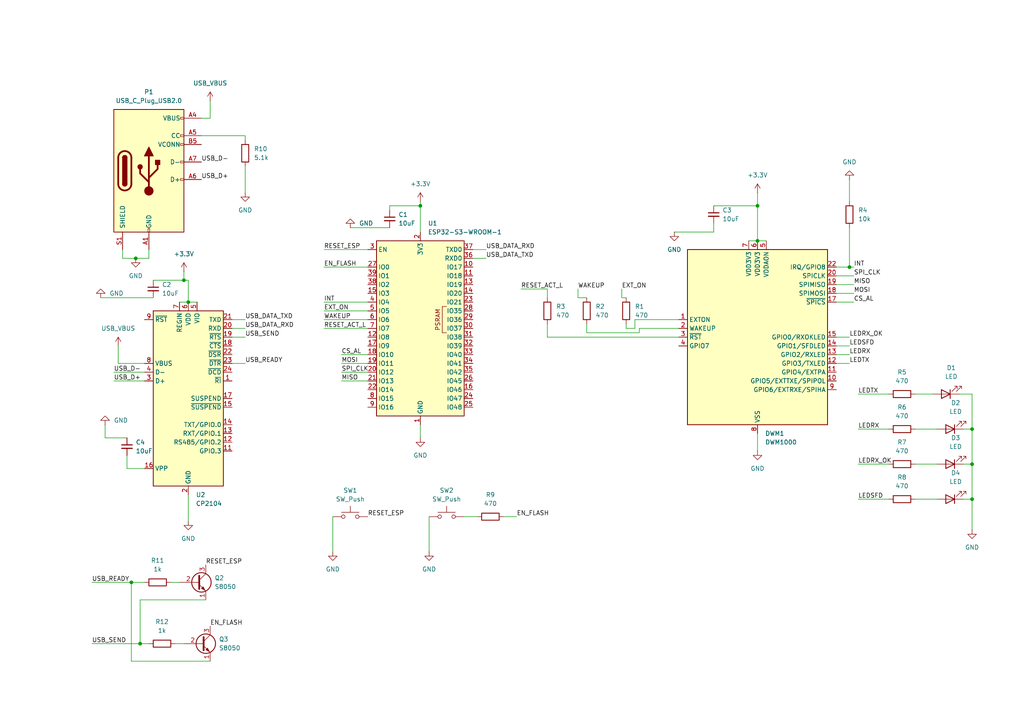
<source format=kicad_sch>
(kicad_sch (version 20231120) (generator "eeschema") (generator_version "8.0")
  (paper "A4")
  (lib_symbols
    (symbol "Connector:USB_C_Plug_USB2.0" (pin_names (offset 1.016))
      (property "Reference" "P" (at -10.16 19.05 0))
      (property "Value" "USB_C_Plug_USB2.0" (at 12.7 19.05 0))
      (symbol "USB_C_Plug_USB2.0_0_0"
        (rectangle (start -0.254 -17.78) (end 0.254 -16.764))
        (rectangle (start 10.16 -2.286) (end 9.144 -2.794))
        (rectangle (start 10.16 2.794) (end 9.144 2.286))
        (rectangle (start 10.16 7.874) (end 9.144 7.366))
        (rectangle (start 10.16 10.414) (end 9.144 9.906))
        (rectangle (start 10.16 15.494) (end 9.144 14.986))
      )
      (symbol "USB_C_Plug_USB2.0_0_1"
        (rectangle (start -10.16 17.78) (end 10.16 -17.78) (stroke (width 0.254)) (fill (type background)))
        (arc (start -8.89 -3.81) (mid -6.985 -5.7067) (end -5.08 -3.81) (stroke (width 0.508)))
        (arc (start -7.62 -3.81) (mid -6.985 -4.4423) (end -6.35 -3.81) (stroke (width 0.254)))
        (arc (start -7.62 -3.81) (mid -6.985 -4.4423) (end -6.35 -3.81) (stroke (width 0.254)) (fill (type outline)))
        (rectangle (start -7.62 -3.81) (end -6.35 3.81) (stroke (width 0.254)) (fill (type outline)))
        (arc (start -6.35 3.81) (mid -6.985 4.4423) (end -7.62 3.81) (stroke (width 0.254)))
        (arc (start -6.35 3.81) (mid -6.985 4.4423) (end -7.62 3.81) (stroke (width 0.254)) (fill (type outline)))
        (arc (start -5.08 3.81) (mid -6.985 5.7067) (end -8.89 3.81) (stroke (width 0.508)))
        (circle (center -2.54 1.143) (radius 0.635) (stroke (width 0.254)) (fill (type outline)))
        (circle (center 0 -5.842) (radius 1.27) (fill (type outline)))
        (polyline (pts (xy -8.89 -3.81) (xy -8.89 3.81)) (stroke (width 0.508)))
        (polyline (pts (xy -5.08 3.81) (xy -5.08 -3.81)) (stroke (width 0.508)))
        (polyline (pts (xy 0 -5.842) (xy 0 4.318)) (stroke (width 0.508)))
        (polyline (pts (xy 0 -3.302) (xy -2.54 -0.762) (xy -2.54 0.508)) (stroke (width 0.508)))
        (polyline (pts (xy 0 -2.032) (xy 2.54 0.508) (xy 2.54 1.778)) (stroke (width 0.508)))
        (polyline (pts (xy -1.27 4.318) (xy 0 6.858) (xy 1.27 4.318) (xy -1.27 4.318)) (stroke (width 0.254)) (fill (type outline)))
        (rectangle (start 1.905 1.778) (end 3.175 3.048) (stroke (width 0.254)) (fill (type outline)))
      )
      (symbol "USB_C_Plug_USB2.0_1_1"
        (pin passive line (at 0 -22.86 90) (length 5.08) (name "GND") (number "A1"))
        (pin passive line (at 0 -22.86 90) (length 5.08) hide (name "GND") (number "A12"))
        (pin passive line (at 15.24 15.24 180) (length 5.08) (name "VBUS") (number "A4"))
        (pin bidirectional line (at 15.24 10.16 180) (length 5.08) (name "CC") (number "A5"))
        (pin bidirectional line (at 15.24 -2.54 180) (length 5.08) (name "D+") (number "A6"))
        (pin bidirectional line (at 15.24 2.54 180) (length 5.08) (name "D-") (number "A7"))
        (pin passive line (at 15.24 15.24 180) (length 5.08) hide (name "VBUS") (number "A9"))
        (pin passive line (at 0 -22.86 90) (length 5.08) hide (name "GND") (number "B1"))
        (pin passive line (at 0 -22.86 90) (length 5.08) hide (name "GND") (number "B12"))
        (pin passive line (at 15.24 15.24 180) (length 5.08) hide (name "VBUS") (number "B4"))
        (pin bidirectional line (at 15.24 7.62 180) (length 5.08) (name "VCONN") (number "B5"))
        (pin passive line (at 15.24 15.24 180) (length 5.08) hide (name "VBUS") (number "B9"))
        (pin passive line (at -7.62 -22.86 90) (length 5.08) (name "SHIELD") (number "S1"))
      )
    )
    (symbol "Device:C_Small" (pin_numbers hide) (pin_names (offset 0.254) hide)
      (property "Reference" "C" (at 0.254 1.778 0))
      (property "Value" "C_Small" (at 0.254 -2.032 0))
      (symbol "C_Small_0_1"
        (polyline (pts (xy -1.524 -0.508) (xy 1.524 -0.508)) (stroke (width 0.3302)))
        (polyline (pts (xy -1.524 0.508) (xy 1.524 0.508)) (stroke (width 0.3048)))
      )
      (symbol "C_Small_1_1"
        (pin passive line (at 0 2.54 270) (length 2.032) (name "~") (number "1"))
        (pin passive line (at 0 -2.54 90) (length 2.032) (name "~") (number "2"))
      )
    )
    (symbol "Device:LED" (pin_numbers hide) (pin_names (offset 1.016) hide)
      (property "Reference" "D" (at 0 2.54 0))
      (property "Value" "LED" (at 0 -2.54 0))
      (symbol "LED_0_1"
        (polyline (pts (xy -1.27 -1.27) (xy -1.27 1.27)) (stroke (width 0.254)))
        (polyline (pts (xy -1.27 0) (xy 1.27 0)))
        (polyline (pts (xy 1.27 -1.27) (xy 1.27 1.27) (xy -1.27 0) (xy 1.27 -1.27)) (stroke (width 0.254)))
        (polyline (pts (xy -3.048 -0.762) (xy -4.572 -2.286) (xy -3.81 -2.286) (xy -4.572 -2.286) (xy -4.572 -1.524)))
        (polyline (pts (xy -1.778 -0.762) (xy -3.302 -2.286) (xy -2.54 -2.286) (xy -3.302 -2.286) (xy -3.302 -1.524)))
      )
      (symbol "LED_1_1"
        (pin passive line (at -3.81 0 0) (length 2.54) (name "K") (number "1"))
        (pin passive line (at 3.81 0 180) (length 2.54) (name "A") (number "2"))
      )
    )
    (symbol "Device:R" (pin_numbers hide) (pin_names (offset 0))
      (property "Reference" "R" (at 2.032 0 90))
      (property "Value" "R" (at 0 0 90))
      (symbol "R_0_1"
        (rectangle (start -1.016 -2.54) (end 1.016 2.54) (stroke (width 0.254)))
      )
      (symbol "R_1_1"
        (pin passive line (at 0 3.81 270) (length 1.27) (name "~") (number "1"))
        (pin passive line (at 0 -3.81 90) (length 1.27) (name "~") (number "2"))
      )
    )
    (symbol "Interface_USB:CP2104"
      (property "Reference" "U" (at -5.08 28.575 0))
      (property "Value" "CP2104" (at -5.08 26.67 0))
      (symbol "CP2104_1_1"
        (rectangle (start -10.16 25.4) (end 10.16 -25.4) (stroke (width 0.254)) (fill (type background)))
        (pin input line (at 12.7 5.08 180) (length 2.54) (name "~{RI}") (number "1"))
        (pin no_connect line (at 10.16 -20.32 180) (length 2.54) hide (name "NC") (number "10"))
        (pin bidirectional line (at 12.7 -15.24 180) (length 2.54) (name "GPIO.3") (number "11"))
        (pin bidirectional line (at 12.7 -12.7 180) (length 2.54) (name "RS485/GPIO.2") (number "12"))
        (pin bidirectional line (at 12.7 -10.16 180) (length 2.54) (name "RXT/GPIO.1") (number "13"))
        (pin bidirectional line (at 12.7 -7.62 180) (length 2.54) (name "TXT/GPIO.0") (number "14"))
        (pin output line (at 12.7 -2.54 180) (length 2.54) (name "~{SUSPEND}") (number "15"))
        (pin passive line (at -12.7 -20.32 0) (length 2.54) (name "VPP") (number "16"))
        (pin output line (at 12.7 0 180) (length 2.54) (name "SUSPEND") (number "17"))
        (pin input line (at 12.7 15.24 180) (length 2.54) (name "~{CTS}") (number "18"))
        (pin output line (at 12.7 17.78 180) (length 2.54) (name "~{RTS}") (number "19"))
        (pin power_in line (at 0 -27.94 90) (length 2.54) (name "GND") (number "2"))
        (pin input line (at 12.7 20.32 180) (length 2.54) (name "RXD") (number "20"))
        (pin output line (at 12.7 22.86 180) (length 2.54) (name "TXD") (number "21"))
        (pin input line (at 12.7 12.7 180) (length 2.54) (name "~{DSR}") (number "22"))
        (pin output line (at 12.7 10.16 180) (length 2.54) (name "~{DTR}") (number "23"))
        (pin input line (at 12.7 7.62 180) (length 2.54) (name "~{DCD}") (number "24"))
        (pin passive line (at 0 -27.94 90) (length 2.54) hide (name "GND") (number "25"))
        (pin bidirectional line (at -12.7 5.08 0) (length 2.54) (name "D+") (number "3"))
        (pin bidirectional line (at -12.7 7.62 0) (length 2.54) (name "D-") (number "4"))
        (pin power_in line (at 2.54 27.94 270) (length 2.54) (name "VIO") (number "5"))
        (pin power_in line (at 0 27.94 270) (length 2.54) (name "VDD") (number "6"))
        (pin power_in line (at -2.54 27.94 270) (length 2.54) (name "REGIN") (number "7"))
        (pin input line (at -12.7 10.16 0) (length 2.54) (name "VBUS") (number "8"))
        (pin bidirectional line (at -12.7 22.86 0) (length 2.54) (name "~{RST}") (number "9"))
      )
    )
    (symbol "RF_Module:DWM1000"
      (property "Reference" "DWM" (at -17.78 26.67 0))
      (property "Value" "DWM1000" (at 15.875 26.67 0))
      (symbol "DWM1000_0_1"
        (rectangle (start -20.32 25.4) (end 20.32 -25.4) (stroke (width 0.254)) (fill (type background)))
      )
      (symbol "DWM1000_1_1"
        (pin output line (at -22.86 5.08 0) (length 2.54) (name "EXTON") (number "1"))
        (pin bidirectional line (at 22.86 -12.7 180) (length 2.54) (name "GPIO5/EXTTXE/SPIPOL") (number "10"))
        (pin bidirectional line (at 22.86 -10.16 180) (length 2.54) (name "GPIO4/EXTPA") (number "11"))
        (pin bidirectional line (at 22.86 -7.62 180) (length 2.54) (name "GPIO3/TXLED") (number "12"))
        (pin bidirectional line (at 22.86 -5.08 180) (length 2.54) (name "GPIO2/RXLED") (number "13"))
        (pin bidirectional line (at 22.86 -2.54 180) (length 2.54) (name "GPIO1/SFDLED") (number "14"))
        (pin bidirectional line (at 22.86 0 180) (length 2.54) (name "GPIO0/RXOKLED") (number "15"))
        (pin passive line (at 0 -27.94 90) (length 2.54) hide (name "VSS") (number "16"))
        (pin input line (at 22.86 10.16 180) (length 2.54) (name "~{SPICS}") (number "17"))
        (pin input line (at 22.86 12.7 180) (length 2.54) (name "SPIMOSI") (number "18"))
        (pin output line (at 22.86 15.24 180) (length 2.54) (name "SPIMISO") (number "19"))
        (pin bidirectional line (at -22.86 2.54 0) (length 2.54) (name "WAKEUP") (number "2"))
        (pin input line (at 22.86 17.78 180) (length 2.54) (name "SPICLK") (number "20"))
        (pin passive line (at 0 -27.94 90) (length 2.54) hide (name "VSS") (number "21"))
        (pin bidirectional line (at 22.86 20.32 180) (length 2.54) (name "IRQ/GPIO8") (number "22"))
        (pin passive line (at 0 -27.94 90) (length 2.54) hide (name "VSS") (number "23"))
        (pin passive line (at 0 -27.94 90) (length 2.54) hide (name "VSS") (number "24"))
        (pin bidirectional line (at -22.86 0 0) (length 2.54) (name "~{RST}") (number "3"))
        (pin bidirectional line (at -22.86 -2.54 0) (length 2.54) (name "GPIO7") (number "4"))
        (pin power_in line (at 2.54 27.94 270) (length 2.54) (name "VDDAON") (number "5"))
        (pin power_in line (at 0 27.94 270) (length 2.54) (name "VDD3V3") (number "6"))
        (pin power_in line (at -2.54 27.94 270) (length 2.54) (name "VDD3V3") (number "7"))
        (pin power_in line (at 0 -27.94 90) (length 2.54) (name "VSS") (number "8"))
        (pin bidirectional line (at 22.86 -15.24 180) (length 2.54) (name "GPIO6/EXTRXE/SPIHA") (number "9"))
      )
    )
    (symbol "RF_Module:ESP32-S3-WROOM-1"
      (property "Reference" "U" (at -12.7 26.67 0))
      (property "Value" "ESP32-S3-WROOM-1" (at 12.7 26.67 0))
      (symbol "ESP32-S3-WROOM-1_0_0"
        (rectangle (start -12.7 25.4) (end 12.7 -25.4) (stroke (width 0.254)) (fill (type background)))
        (text "PSRAM" (at 5.08 2.54 900) (effects (font (size 1.27 1.27))))
      )
      (symbol "ESP32-S3-WROOM-1_0_1"
        (polyline (pts (xy 7.62 -1.27) (xy 6.35 -1.27) (xy 6.35 6.35) (xy 7.62 6.35)))
      )
      (symbol "ESP32-S3-WROOM-1_1_1"
        (pin power_in line (at 0 -27.94 90) (length 2.54) (name "GND") (number "1"))
        (pin bidirectional line (at 15.24 17.78 180) (length 2.54) (name "IO17") (number "10"))
        (pin bidirectional line (at 15.24 15.24 180) (length 2.54) (name "IO18") (number "11"))
        (pin bidirectional line (at -15.24 -2.54 0) (length 2.54) (name "IO8") (number "12"))
        (pin bidirectional line (at 15.24 12.7 180) (length 2.54) (name "IO19") (number "13"))
        (pin bidirectional line (at 15.24 10.16 180) (length 2.54) (name "IO20") (number "14"))
        (pin bidirectional line (at -15.24 10.16 0) (length 2.54) (name "IO3") (number "15"))
        (pin bidirectional line (at 15.24 -17.78 180) (length 2.54) (name "IO46") (number "16"))
        (pin bidirectional line (at -15.24 -5.08 0) (length 2.54) (name "IO9") (number "17"))
        (pin bidirectional line (at -15.24 -7.62 0) (length 2.54) (name "IO10") (number "18"))
        (pin bidirectional line (at -15.24 -10.16 0) (length 2.54) (name "IO11") (number "19"))
        (pin power_in line (at 0 27.94 270) (length 2.54) (name "3V3") (number "2"))
        (pin bidirectional line (at -15.24 -12.7 0) (length 2.54) (name "IO12") (number "20"))
        (pin bidirectional line (at -15.24 -15.24 0) (length 2.54) (name "IO13") (number "21"))
        (pin bidirectional line (at -15.24 -17.78 0) (length 2.54) (name "IO14") (number "22"))
        (pin bidirectional line (at 15.24 7.62 180) (length 2.54) (name "IO21") (number "23"))
        (pin bidirectional line (at 15.24 -20.32 180) (length 2.54) (name "IO47") (number "24"))
        (pin bidirectional line (at 15.24 -22.86 180) (length 2.54) (name "IO48") (number "25"))
        (pin bidirectional line (at 15.24 -15.24 180) (length 2.54) (name "IO45") (number "26"))
        (pin bidirectional line (at -15.24 17.78 0) (length 2.54) (name "IO0") (number "27"))
        (pin bidirectional line (at 15.24 5.08 180) (length 2.54) (name "IO35") (number "28"))
        (pin bidirectional line (at 15.24 2.54 180) (length 2.54) (name "IO36") (number "29"))
        (pin input line (at -15.24 22.86 0) (length 2.54) (name "EN") (number "3"))
        (pin bidirectional line (at 15.24 0 180) (length 2.54) (name "IO37") (number "30"))
        (pin bidirectional line (at 15.24 -2.54 180) (length 2.54) (name "IO38") (number "31"))
        (pin bidirectional line (at 15.24 -5.08 180) (length 2.54) (name "IO39") (number "32"))
        (pin bidirectional line (at 15.24 -7.62 180) (length 2.54) (name "IO40") (number "33"))
        (pin bidirectional line (at 15.24 -10.16 180) (length 2.54) (name "IO41") (number "34"))
        (pin bidirectional line (at 15.24 -12.7 180) (length 2.54) (name "IO42") (number "35"))
        (pin bidirectional line (at 15.24 20.32 180) (length 2.54) (name "RXD0") (number "36"))
        (pin bidirectional line (at 15.24 22.86 180) (length 2.54) (name "TXD0") (number "37"))
        (pin bidirectional line (at -15.24 12.7 0) (length 2.54) (name "IO2") (number "38"))
        (pin bidirectional line (at -15.24 15.24 0) (length 2.54) (name "IO1") (number "39"))
        (pin bidirectional line (at -15.24 7.62 0) (length 2.54) (name "IO4") (number "4"))
        (pin passive line (at 0 -27.94 90) (length 2.54) hide (name "GND") (number "40"))
        (pin passive line (at 0 -27.94 90) (length 2.54) hide (name "GND") (number "41"))
        (pin bidirectional line (at -15.24 5.08 0) (length 2.54) (name "IO5") (number "5"))
        (pin bidirectional line (at -15.24 2.54 0) (length 2.54) (name "IO6") (number "6"))
        (pin bidirectional line (at -15.24 0 0) (length 2.54) (name "IO7") (number "7"))
        (pin bidirectional line (at -15.24 -20.32 0) (length 2.54) (name "IO15") (number "8"))
        (pin bidirectional line (at -15.24 -22.86 0) (length 2.54) (name "IO16") (number "9"))
      )
    )
    (symbol "Switch:SW_Push" (pin_numbers hide) (pin_names (offset 1.016) hide)
      (property "Reference" "SW" (at 1.27 2.54 0))
      (property "Value" "SW_Push" (at 0 -1.524 0))
      (symbol "SW_Push_0_1"
        (circle (center -2.032 0) (radius 0.508))
        (polyline (pts (xy 0 1.27) (xy 0 3.048)))
        (polyline (pts (xy 2.54 1.27) (xy -2.54 1.27)))
        (circle (center 2.032 0) (radius 0.508))
        (pin passive line (at -5.08 0 0) (length 2.54) (name "1") (number "1"))
        (pin passive line (at 5.08 0 180) (length 2.54) (name "2") (number "2"))
      )
    )
    (symbol "Transistor_BJT:S8050" (pin_names (offset 0) hide)
      (property "Reference" "Q" (at 5.08 1.905 0))
      (property "Value" "S8050" (at 5.08 0 0))
      (symbol "S8050_0_1"
        (polyline (pts (xy 0 0) (xy 0.635 0)))
        (polyline (pts (xy 0.635 0.635) (xy 2.54 2.54)))
        (polyline (pts (xy 0.635 -0.635) (xy 2.54 -2.54) (xy 2.54 -2.54)))
        (polyline (pts (xy 0.635 1.905) (xy 0.635 -1.905) (xy 0.635 -1.905)) (stroke (width 0.508)))
        (polyline (pts (xy 1.27 -1.778) (xy 1.778 -1.27) (xy 2.286 -2.286) (xy 1.27 -1.778) (xy 1.27 -1.778)) (fill (type outline)))
        (circle (center 1.27 0) (radius 2.8194) (stroke (width 0.254)))
      )
      (symbol "S8050_1_1"
        (pin passive line (at 2.54 -5.08 90) (length 2.54) (name "E") (number "1"))
        (pin input line (at -5.08 0 0) (length 5.08) (name "B") (number "2"))
        (pin passive line (at 2.54 5.08 270) (length 2.54) (name "C") (number "3"))
      )
    )
    (symbol "power:+3.3V" (power) (pin_numbers hide) (pin_names (offset 0) hide)
      (property "Value" "+3.3V" (at 0 3.556 0))
      (symbol "+3.3V_0_1"
        (polyline (pts (xy -0.762 1.27) (xy 0 2.54)))
        (polyline (pts (xy 0 0) (xy 0 2.54)))
        (polyline (pts (xy 0 2.54) (xy 0.762 1.27)))
      )
      (symbol "+3.3V_1_1"
        (pin power_in line (at 0 0 90) (length 0) (name "~") (number "1"))
      )
    )
    (symbol "power:GND" (power) (pin_numbers hide) (pin_names (offset 0) hide)
      (property "Value" "GND" (at 0 -3.81 0))
      (symbol "GND_0_1"
        (polyline (pts (xy 0 0) (xy 0 -1.27) (xy 1.27 -1.27) (xy 0 -2.54) (xy -1.27 -1.27) (xy 0 -1.27)))
      )
      (symbol "GND_1_1"
        (pin power_in line (at 0 0 270) (length 0) (name "~") (number "1"))
      )
    )
  )
  (junction (at 54.61 87.63))
  (junction (at 38.1 168.91))
  (junction (at 53.34 81.28))
  (junction (at 39.37 74.93))
  (junction (at 281.94 124.46))
  (junction (at 219.71 69.85))
  (junction (at 281.94 134.62))
  (junction (at 121.92 59.69))
  (junction (at 246.38 77.47))
  (junction (at 219.71 59.69))
  (junction (at 40.64 186.69))
  (junction (at 281.94 144.78))
  (wire (pts (xy 246.38 52.07) (xy 246.38 58.42)))
  (wire (pts (xy 54.61 143.51) (xy 54.61 151.13)))
  (wire (pts (xy 71.12 105.41) (xy 67.31 105.41)))
  (wire (pts (xy 158.75 97.79) (xy 158.75 93.98)))
  (wire (pts (xy 43.18 74.93) (xy 39.37 74.93)))
  (wire (pts (xy 185.42 95.25) (xy 185.42 96.52)))
  (wire (pts (xy 196.85 97.79) (xy 158.75 97.79)))
  (wire (pts (xy 217.17 69.85) (xy 219.71 69.85)))
  (wire (pts (xy 29.21 86.36) (xy 44.45 86.36)))
  (wire (pts (xy 247.65 80.01) (xy 242.57 80.01)))
  (wire (pts (xy 185.42 96.52) (xy 170.18 96.52)))
  (wire (pts (xy 49.53 168.91) (xy 52.07 168.91)))
  (wire (pts (xy 93.98 95.25) (xy 106.68 95.25)))
  (wire (pts (xy 196.85 92.71) (xy 184.15 92.71)))
  (wire (pts (xy 41.91 168.91) (xy 38.1 168.91)))
  (wire (pts (xy 246.38 105.41) (xy 242.57 105.41)))
  (wire (pts (xy 248.92 144.78) (xy 257.81 144.78)))
  (wire (pts (xy 93.98 87.63) (xy 106.68 87.63)))
  (wire (pts (xy 149.86 149.86) (xy 146.05 149.86)))
  (wire (pts (xy 30.48 127) (xy 30.48 123.19)))
  (wire (pts (xy 248.92 114.3) (xy 257.81 114.3)))
  (wire (pts (xy 184.15 92.71) (xy 184.15 95.25)))
  (wire (pts (xy 151.13 83.82) (xy 158.75 83.82)))
  (wire (pts (xy 121.92 123.19) (xy 121.92 127)))
  (wire (pts (xy 247.65 77.47) (xy 246.38 77.47)))
  (wire (pts (xy 170.18 96.52) (xy 170.18 93.98)))
  (wire (pts (xy 41.91 105.41) (xy 34.29 105.41)))
  (wire (pts (xy 167.64 86.36) (xy 170.18 86.36)))
  (wire (pts (xy 124.46 149.86) (xy 124.46 160.02)))
  (wire (pts (xy 265.43 134.62) (xy 271.78 134.62)))
  (wire (pts (xy 50.8 186.69) (xy 53.34 186.69)))
  (wire (pts (xy 121.92 59.69) (xy 121.92 67.31)))
  (wire (pts (xy 106.68 102.87) (xy 99.06 102.87)))
  (wire (pts (xy 38.1 191.77) (xy 38.1 168.91)))
  (wire (pts (xy 278.13 114.3) (xy 281.94 114.3)))
  (wire (pts (xy 71.12 92.71) (xy 67.31 92.71)))
  (wire (pts (xy 43.18 186.69) (xy 40.64 186.69)))
  (wire (pts (xy 184.15 95.25) (xy 181.61 95.25)))
  (wire (pts (xy 246.38 97.79) (xy 242.57 97.79)))
  (wire (pts (xy 281.94 144.78) (xy 281.94 134.62)))
  (wire (pts (xy 181.61 95.25) (xy 181.61 93.98)))
  (wire (pts (xy 93.98 92.71) (xy 106.68 92.71)))
  (wire (pts (xy 140.97 74.93) (xy 137.16 74.93)))
  (wire (pts (xy 52.07 87.63) (xy 54.61 87.63)))
  (wire (pts (xy 265.43 124.46) (xy 271.78 124.46)))
  (wire (pts (xy 54.61 87.63) (xy 54.61 81.28)))
  (wire (pts (xy 247.65 87.63) (xy 242.57 87.63)))
  (wire (pts (xy 35.56 72.39) (xy 35.56 74.93)))
  (wire (pts (xy 113.03 59.69) (xy 113.03 60.96)))
  (wire (pts (xy 281.94 134.62) (xy 281.94 124.46)))
  (wire (pts (xy 219.71 125.73) (xy 219.71 130.81)))
  (wire (pts (xy 60.96 191.77) (xy 38.1 191.77)))
  (wire (pts (xy 44.45 81.28) (xy 53.34 81.28)))
  (wire (pts (xy 35.56 74.93) (xy 39.37 74.93)))
  (wire (pts (xy 180.34 83.82) (xy 180.34 86.36)))
  (wire (pts (xy 71.12 97.79) (xy 67.31 97.79)))
  (wire (pts (xy 41.91 135.89) (xy 36.83 135.89)))
  (wire (pts (xy 99.06 107.95) (xy 106.68 107.95)))
  (wire (pts (xy 43.18 72.39) (xy 43.18 74.93)))
  (wire (pts (xy 96.52 149.86) (xy 96.52 160.02)))
  (wire (pts (xy 248.92 134.62) (xy 257.81 134.62)))
  (wire (pts (xy 167.64 83.82) (xy 167.64 86.36)))
  (wire (pts (xy 279.4 134.62) (xy 281.94 134.62)))
  (wire (pts (xy 207.01 67.31) (xy 207.01 64.77)))
  (wire (pts (xy 121.92 58.42) (xy 121.92 59.69)))
  (wire (pts (xy 180.34 86.36) (xy 181.61 86.36)))
  (wire (pts (xy 207.01 59.69) (xy 219.71 59.69)))
  (wire (pts (xy 196.85 95.25) (xy 185.42 95.25)))
  (wire (pts (xy 281.94 124.46) (xy 281.94 114.3)))
  (wire (pts (xy 54.61 81.28) (xy 53.34 81.28)))
  (wire (pts (xy 246.38 102.87) (xy 242.57 102.87)))
  (wire (pts (xy 38.1 168.91) (xy 26.67 168.91)))
  (wire (pts (xy 40.64 173.99) (xy 40.64 186.69)))
  (wire (pts (xy 71.12 39.37) (xy 71.12 40.64)))
  (wire (pts (xy 58.42 39.37) (xy 71.12 39.37)))
  (wire (pts (xy 279.4 124.46) (xy 281.94 124.46)))
  (wire (pts (xy 265.43 144.78) (xy 271.78 144.78)))
  (wire (pts (xy 265.43 114.3) (xy 270.51 114.3)))
  (wire (pts (xy 140.97 72.39) (xy 137.16 72.39)))
  (wire (pts (xy 247.65 82.55) (xy 242.57 82.55)))
  (wire (pts (xy 36.83 135.89) (xy 36.83 132.08)))
  (wire (pts (xy 40.64 186.69) (xy 26.67 186.69)))
  (wire (pts (xy 138.43 149.86) (xy 134.62 149.86)))
  (wire (pts (xy 34.29 105.41) (xy 34.29 100.33)))
  (wire (pts (xy 33.02 110.49) (xy 41.91 110.49)))
  (wire (pts (xy 113.03 59.69) (xy 121.92 59.69)))
  (wire (pts (xy 247.65 85.09) (xy 242.57 85.09)))
  (wire (pts (xy 219.71 69.85) (xy 222.25 69.85)))
  (wire (pts (xy 219.71 59.69) (xy 219.71 69.85)))
  (wire (pts (xy 99.06 110.49) (xy 106.68 110.49)))
  (wire (pts (xy 71.12 95.25) (xy 67.31 95.25)))
  (wire (pts (xy 53.34 81.28) (xy 53.34 78.74)))
  (wire (pts (xy 59.69 173.99) (xy 40.64 173.99)))
  (wire (pts (xy 246.38 100.33) (xy 242.57 100.33)))
  (wire (pts (xy 33.02 107.95) (xy 41.91 107.95)))
  (wire (pts (xy 93.98 90.17) (xy 106.68 90.17)))
  (wire (pts (xy 246.38 77.47) (xy 246.38 66.04)))
  (wire (pts (xy 246.38 77.47) (xy 242.57 77.47)))
  (wire (pts (xy 195.58 67.31) (xy 207.01 67.31)))
  (wire (pts (xy 99.06 105.41) (xy 106.68 105.41)))
  (wire (pts (xy 279.4 144.78) (xy 281.94 144.78)))
  (wire (pts (xy 58.42 34.29) (xy 60.96 34.29)))
  (wire (pts (xy 93.98 77.47) (xy 106.68 77.47)))
  (wire (pts (xy 71.12 48.26) (xy 71.12 55.88)))
  (wire (pts (xy 60.96 34.29) (xy 60.96 29.21)))
  (wire (pts (xy 248.92 124.46) (xy 257.81 124.46)))
  (wire (pts (xy 93.98 72.39) (xy 106.68 72.39)))
  (wire (pts (xy 36.83 127) (xy 30.48 127)))
  (wire (pts (xy 281.94 153.67) (xy 281.94 144.78)))
  (wire (pts (xy 101.6 66.04) (xy 113.03 66.04)))
  (wire (pts (xy 158.75 83.82) (xy 158.75 86.36)))
  (wire (pts (xy 219.71 59.69) (xy 219.71 55.88)))
  (wire (pts (xy 54.61 87.63) (xy 57.15 87.63)))
  (label "WAKEUP" (at 93.98 92.71 0))
  (label "RESET_ESP" (at 106.68 149.86 0))
  (label "LEDRX_OK" (at 246.38 97.79 0))
  (label "USB_DATA_RXD" (at 140.97 72.39 0))
  (label "USB_READY" (at 26.67 168.91 0))
  (label "USB_D+" (at 58.42 52.07 0))
  (label "LEDRX_OK" (at 248.92 134.62 0))
  (label "USB_DATA_TXD" (at 140.97 74.93 0))
  (label "EN_FLASH" (at 93.98 77.47 0))
  (label "MISO" (at 247.65 82.55 0))
  (label "SPI_CLK" (at 247.65 80.01 0))
  (label "USB_READY" (at 71.12 105.41 0))
  (label "LEDRX" (at 248.92 124.46 0))
  (label "INT" (at 93.98 87.63 0))
  (label "LEDSFD" (at 246.38 100.33 0))
  (label "EXT_ON" (at 93.98 90.17 0))
  (label "RESET_ESP" (at 59.69 163.83 0))
  (label "USB_D-" (at 33.02 107.95 0))
  (label "EN_FLASH" (at 60.96 181.61 0))
  (label "MISO" (at 99.06 110.49 0))
  (label "RESET_ESP" (at 93.98 72.39 0))
  (label "MOSI" (at 247.65 85.09 0))
  (label "LEDTX" (at 248.92 114.3 0))
  (label "EN_FLASH" (at 149.86 149.86 0))
  (label "SPI_CLK" (at 99.06 107.95 0))
  (label "USB_D-" (at 58.42 46.99 0))
  (label "USB_DATA_RXD" (at 71.12 95.25 0))
  (label "LEDSFD" (at 248.92 144.78 0))
  (label "USB_D+" (at 33.02 110.49 0))
  (label "RESET_ACT_L" (at 151.13 83.82 0))
  (label "MOSI" (at 99.06 105.41 0))
  (label "WAKEUP" (at 167.64 83.82 0))
  (label "CS_AL" (at 99.06 102.87 0))
  (label "RESET_ACT_L" (at 93.98 95.25 0))
  (label "LEDRX" (at 246.38 102.87 0))
  (label "INT" (at 247.65 77.47 0))
  (label "CS_AL" (at 247.65 87.63 0))
  (label "EXT_ON" (at 180.34 83.82 0))
  (label "LEDTX" (at 246.38 105.41 0))
  (label "USB_DATA_TXD" (at 71.12 92.71 0))
  (label "USB_SEND" (at 71.12 97.79 0))
  (label "USB_SEND" (at 26.67 186.69 0))
  (symbol (lib_id "power:+3.3V") (at 219.71 55.88 0) (unit 1)
    (property "Reference" "#PWR01" (effects (hide yes)))
    (property "Value" "+3.3V" (at 219.71 50.8 0))
    (property "Description" "Power symbol creates a global label with name \"+3.3V\"" (effects (hide yes)))
  )
  (symbol (lib_id "power:GND") (at 96.52 160.02 0) (unit 1)
    (property "Reference" "#PWR09" (effects (hide yes)))
    (property "Value" "GND" (at 96.52 165.1 0))
    (property "Description" "Power symbol creates a global label with name \"GND\" , ground" (effects (hide yes)))
  )
  (symbol (lib_id "Device:C_Small") (at 113.03 63.5 0) (unit 1)
    (property "Reference" "C1" (at 115.57 62.2362 0) (effects (justify left)))
    (property "Value" "10uF" (at 115.57 64.7762 0) (effects (justify left)))
    (property "Description" "Unpolarized capacitor, small symbol" (effects (hide yes)))
  )
  (symbol (lib_id "power:+3.3V") (at 53.34 78.74 0) (unit 1)
    (property "Reference" "#PWR011" (effects (hide yes)))
    (property "Value" "+3.3V" (at 53.34 73.66 0))
    (property "Description" "Power symbol creates a global label with name \"+3.3V\"" (effects (hide yes)))
  )
  (symbol (lib_id "Device:R") (at 261.62 134.62 270) (unit 1)
    (property "Reference" "R7" (at 261.62 128.27 90))
    (property "Value" "470" (at 261.62 130.81 90))
    (property "Description" "Resistor" (effects (hide yes)))
  )
  (symbol (lib_id "RF_Module:ESP32-S3-WROOM-1") (at 121.92 95.25 0) (unit 1)
    (property "Reference" "U1" (at 124.1141 64.77 0) (effects (justify left)))
    (property "Value" "ESP32-S3-WROOM-1" (at 124.1141 67.31 0) (effects (justify left)))
    (property "Footprint" "RF_Module:ESP32-S3-WROOM-1" (effects (hide yes)))
    (property "Datasheet" "https://www.espressif.com/sites/default/files/documentation/esp32-s3-wroom-1_wroom-1u_datasheet_en.pdf" (effects (hide yes)))
    (property "Description" "RF Module, ESP32-S3 SoC, Wi-Fi 802.11b/g/n, Bluetooth, BLE, 32-bit, 3.3V, onboard antenna, SMD" (effects (hide yes)))
  )
  (symbol (lib_id "Device:C_Small") (at 44.45 83.82 0) (unit 1)
    (property "Reference" "C2" (at 46.99 82.5562 0) (effects (justify left)))
    (property "Value" "10uF" (at 46.99 85.0962 0) (effects (justify left)))
    (property "Description" "Unpolarized capacitor, small symbol" (effects (hide yes)))
  )
  (symbol (lib_id "power:+3.3V") (at 60.96 29.21 0) (unit 1)
    (property "Reference" "#PWR012" (effects (hide yes)))
    (property "Value" "USB_VBUS" (at 60.96 24.13 0))
    (property "Description" "Power symbol creates a global label with name \"+3.3V\"" (effects (hide yes)))
  )
  (symbol (lib_id "Device:C_Small") (at 207.01 62.23 0) (unit 1)
    (property "Reference" "C3" (at 209.55 60.9662 0) (effects (justify left)))
    (property "Value" "10uF" (at 209.55 63.5062 0) (effects (justify left)))
    (property "Description" "Unpolarized capacitor, small symbol" (effects (hide yes)))
  )
  (symbol (lib_id "Device:LED") (at 274.32 114.3 180) (unit 1)
    (property "Reference" "D1" (at 275.9075 106.68 0))
    (property "Value" "LED" (at 275.9075 109.22 0))
    (property "Description" "Light emitting diode" (effects (hide yes)))
  )
  (symbol (lib_id "Device:R") (at 142.24 149.86 270) (unit 1)
    (property "Reference" "R9" (at 142.24 143.51 90))
    (property "Value" "470" (at 142.24 146.05 90))
    (property "Description" "Resistor" (effects (hide yes)))
  )
  (symbol (lib_id "power:+3.3V") (at 121.92 58.42 0) (unit 1)
    (property "Reference" "#PWR02" (effects (hide yes)))
    (property "Value" "+3.3V" (at 121.92 53.34 0))
    (property "Description" "Power symbol creates a global label with name \"+3.3V\"" (effects (hide yes)))
  )
  (symbol (lib_id "Switch:SW_Push") (at 101.6 149.86 0) (unit 1)
    (property "Reference" "SW1" (at 101.6 142.24 0))
    (property "Value" "SW_Push" (at 101.6 144.78 0))
    (property "Description" "Push button switch, generic, two pins" (effects (hide yes)))
  )
  (symbol (lib_id "RF_Module:DWM1000") (at 219.71 97.79 0) (unit 1)
    (property "Reference" "DWM1" (at 221.9041 125.73 0) (effects (justify left)))
    (property "Value" "DWM1000" (at 221.9041 128.27 0) (effects (justify left)))
    (property "Footprint" "RF_Module:DWM1000" (effects (hide yes)))
    (property "Datasheet" "https://www.decawave.com/sites/default/files/resources/dwm1000-datasheet-v1.3.pdf" (effects (hide yes)))
    (property "Description" "Ultra wide band RF module With ranging location capabilities" (effects (hide yes)))
  )
  (symbol (lib_id "Device:R") (at 261.62 144.78 270) (unit 1)
    (property "Reference" "R8" (at 261.62 138.43 90))
    (property "Value" "470" (at 261.62 140.97 90))
    (property "Description" "Resistor" (effects (hide yes)))
  )
  (symbol (lib_id "Transistor_BJT:S8050") (at 58.42 186.69 0) (unit 1)
    (property "Reference" "Q3" (at 63.5 185.4199 0) (effects (justify left)))
    (property "Value" "S8050" (at 63.5 187.9599 0) (effects (justify left)))
    (property "Footprint" "Package_TO_SOT_THT:TO-92_Inline" (effects (hide yes)))
    (property "Datasheet" "http://www.unisonic.com.tw/datasheet/S8050.pdf" (effects (hide yes)))
    (property "Description" "0.7A Ic, 20V Vce, Low Voltage High Current NPN Transistor, TO-92" (effects (hide yes)))
  )
  (symbol (lib_id "Device:R") (at 45.72 168.91 90) (unit 1)
    (property "Reference" "R11" (at 45.72 162.56 90))
    (property "Value" "1k" (at 45.72 165.1 90))
    (property "Description" "Resistor" (effects (hide yes)))
  )
  (symbol (lib_id "power:GND") (at 121.92 127 0) (unit 1)
    (property "Reference" "#PWR04" (effects (hide yes)))
    (property "Value" "GND" (at 121.92 132.08 0))
    (property "Description" "Power symbol creates a global label with name \"GND\" , ground" (effects (hide yes)))
  )
  (symbol (lib_id "power:GND") (at 195.58 67.31 0) (unit 1)
    (property "Reference" "#PWR06" (effects (hide yes)))
    (property "Value" "GND" (at 195.58 72.39 0))
    (property "Description" "Power symbol creates a global label with name \"GND\" , ground" (effects (hide yes)))
  )
  (symbol (lib_id "Device:R") (at 261.62 124.46 270) (unit 1)
    (property "Reference" "R6" (at 261.62 118.11 90))
    (property "Value" "470" (at 261.62 120.65 90))
    (property "Description" "Resistor" (effects (hide yes)))
  )
  (symbol (lib_id "Interface_USB:CP2104") (at 54.61 115.57 0) (unit 1)
    (property "Reference" "U2" (at 56.8041 143.51 0) (effects (justify left)))
    (property "Value" "CP2104" (at 56.8041 146.05 0) (effects (justify left)))
    (property "Footprint" "Package_DFN_QFN:QFN-24-1EP_4x4mm_P0.5mm_EP2.6x2.6mm" (effects (hide yes)))
    (property "Datasheet" "https://www.silabs.com/documents/public/data-sheets/cp2104.pdf" (effects (hide yes)))
    (property "Description" "Single-Chip USB-to-UART Bridge, USB 2.0 Full-Speed, 2Mbps UART, QFN-24" (effects (hide yes)))
  )
  (symbol (lib_id "power:GND") (at 281.94 153.67 0) (unit 1)
    (property "Reference" "#PWR08" (effects (hide yes)))
    (property "Value" "GND" (at 281.94 158.75 0))
    (property "Description" "Power symbol creates a global label with name \"GND\" , ground" (effects (hide yes)))
  )
  (symbol (lib_id "power:GND") (at 30.48 123.19 180) (unit 1)
    (property "Reference" "#PWR016" (effects (hide yes)))
    (property "Value" "GND" (at 33.02 121.9199 0) (effects (justify right)))
    (property "Description" "Power symbol creates a global label with name \"GND\" , ground" (effects (hide yes)))
  )
  (symbol (lib_id "power:GND") (at 219.71 130.81 0) (unit 1)
    (property "Reference" "#PWR03" (effects (hide yes)))
    (property "Value" "GND" (at 219.71 135.89 0))
    (property "Description" "Power symbol creates a global label with name \"GND\" , ground" (effects (hide yes)))
  )
  (symbol (lib_id "Device:LED") (at 275.59 144.78 180) (unit 1)
    (property "Reference" "D4" (at 277.1775 137.16 0))
    (property "Value" "LED" (at 277.1775 139.7 0))
    (property "Description" "Light emitting diode" (effects (hide yes)))
  )
  (symbol (lib_id "Device:R") (at 158.75 90.17 0) (unit 1)
    (property "Reference" "R3" (at 161.29 88.8999 0) (effects (justify left)))
    (property "Value" "470" (at 161.29 91.4399 0) (effects (justify left)))
    (property "Description" "Resistor" (effects (hide yes)))
  )
  (symbol (lib_id "power:+3.3V") (at 34.29 100.33 0) (unit 1)
    (property "Reference" "#PWR018" (effects (hide yes)))
    (property "Value" "USB_VBUS" (at 34.29 95.25 0))
    (property "Description" "Power symbol creates a global label with name \"+3.3V\"" (effects (hide yes)))
  )
  (symbol (lib_id "Connector:USB_C_Plug_USB2.0") (at 43.18 49.53 0) (unit 1)
    (property "Reference" "P1" (at 43.18 26.67 0))
    (property "Value" "USB_C_Plug_USB2.0" (at 43.18 29.21 0))
    (property "Datasheet" "https://www.usb.org/sites/default/files/documents/usb_type-c.zip" (effects (hide yes)))
    (property "Description" "USB 2.0-only Type-C Plug connector" (effects (hide yes)))
  )
  (symbol (lib_id "Device:R") (at 261.62 114.3 270) (unit 1)
    (property "Reference" "R5" (at 261.62 107.95 90))
    (property "Value" "470" (at 261.62 110.49 90))
    (property "Description" "Resistor" (effects (hide yes)))
  )
  (symbol (lib_id "Device:R") (at 246.38 62.23 0) (unit 1)
    (property "Reference" "R4" (at 248.92 60.9599 0) (effects (justify left)))
    (property "Value" "10k" (at 248.92 63.4999 0) (effects (justify left)))
    (property "Description" "Resistor" (effects (hide yes)))
  )
  (symbol (lib_id "Switch:SW_Push") (at 129.54 149.86 0) (unit 1)
    (property "Reference" "SW2" (at 129.54 142.24 0))
    (property "Value" "SW_Push" (at 129.54 144.78 0))
    (property "Description" "Push button switch, generic, two pins" (effects (hide yes)))
  )
  (symbol (lib_id "Device:R") (at 181.61 90.17 0) (unit 1)
    (property "Reference" "R1" (at 184.15 88.8999 0) (effects (justify left)))
    (property "Value" "470" (at 184.15 91.4399 0) (effects (justify left)))
    (property "Description" "Resistor" (effects (hide yes)))
  )
  (symbol (lib_id "power:GND") (at 124.46 160.02 0) (unit 1)
    (property "Reference" "#PWR010" (effects (hide yes)))
    (property "Value" "GND" (at 124.46 165.1 0))
    (property "Description" "Power symbol creates a global label with name \"GND\" , ground" (effects (hide yes)))
  )
  (symbol (lib_id "Device:LED") (at 275.59 134.62 180) (unit 1)
    (property "Reference" "D3" (at 277.1775 127 0))
    (property "Value" "LED" (at 277.1775 129.54 0))
    (property "Description" "Light emitting diode" (effects (hide yes)))
  )
  (symbol (lib_id "power:GND") (at 29.21 86.36 180) (unit 1)
    (property "Reference" "#PWR015" (effects (hide yes)))
    (property "Value" "GND" (at 31.75 85.0899 0) (effects (justify right)))
    (property "Description" "Power symbol creates a global label with name \"GND\" , ground" (effects (hide yes)))
  )
  (symbol (lib_id "power:GND") (at 39.37 74.93 0) (unit 1)
    (property "Reference" "#PWR013" (effects (hide yes)))
    (property "Value" "GND" (at 39.37 80.01 0))
    (property "Description" "Power symbol creates a global label with name \"GND\" , ground" (effects (hide yes)))
  )
  (symbol (lib_id "Transistor_BJT:S8050") (at 57.15 168.91 0) (unit 1)
    (property "Reference" "Q2" (at 62.23 167.6399 0) (effects (justify left)))
    (property "Value" "S8050" (at 62.23 170.1799 0) (effects (justify left)))
    (property "Footprint" "Package_TO_SOT_THT:TO-92_Inline" (effects (hide yes)))
    (property "Datasheet" "http://www.unisonic.com.tw/datasheet/S8050.pdf" (effects (hide yes)))
    (property "Description" "0.7A Ic, 20V Vce, Low Voltage High Current NPN Transistor, TO-92" (effects (hide yes)))
  )
  (symbol (lib_id "power:GND") (at 101.6 66.04 180) (unit 1)
    (property "Reference" "#PWR05" (effects (hide yes)))
    (property "Value" "GND" (at 104.14 64.7699 0) (effects (justify right)))
    (property "Description" "Power symbol creates a global label with name \"GND\" , ground" (effects (hide yes)))
  )
  (symbol (lib_id "Device:R") (at 170.18 90.17 0) (unit 1)
    (property "Reference" "R2" (at 172.72 88.8999 0) (effects (justify left)))
    (property "Value" "470" (at 172.72 91.4399 0) (effects (justify left)))
    (property "Description" "Resistor" (effects (hide yes)))
  )
  (symbol (lib_id "power:GND") (at 71.12 55.88 0) (unit 1)
    (property "Reference" "#PWR014" (effects (hide yes)))
    (property "Value" "GND" (at 71.12 60.96 0))
    (property "Description" "Power symbol creates a global label with name \"GND\" , ground" (effects (hide yes)))
  )
  (symbol (lib_id "Device:LED") (at 275.59 124.46 180) (unit 1)
    (property "Reference" "D2" (at 277.1775 116.84 0))
    (property "Value" "LED" (at 277.1775 119.38 0))
    (property "Description" "Light emitting diode" (effects (hide yes)))
  )
  (symbol (lib_id "Device:R") (at 46.99 186.69 90) (unit 1)
    (property "Reference" "R12" (at 46.99 180.34 90))
    (property "Value" "1k" (at 46.99 182.88 90))
    (property "Description" "Resistor" (effects (hide yes)))
  )
  (symbol (lib_id "Device:R") (at 71.12 44.45 0) (unit 1)
    (property "Reference" "R10" (at 73.66 43.1799 0) (effects (justify left)))
    (property "Value" "5.1k" (at 73.66 45.7199 0) (effects (justify left)))
    (property "Description" "Resistor" (effects (hide yes)))
  )
  (symbol (lib_id "power:GND") (at 54.61 151.13 0) (unit 1)
    (property "Reference" "#PWR017" (effects (hide yes)))
    (property "Value" "GND" (at 54.61 156.21 0))
    (property "Description" "Power symbol creates a global label with name \"GND\" , ground" (effects (hide yes)))
  )
  (symbol (lib_id "Device:C_Small") (at 36.83 129.54 0) (unit 1)
    (property "Reference" "C4" (at 39.37 128.2762 0) (effects (justify left)))
    (property "Value" "10uF" (at 39.37 130.8162 0) (effects (justify left)))
    (property "Description" "Unpolarized capacitor, small symbol" (effects (hide yes)))
  )
  (symbol (lib_id "power:GND") (at 246.38 52.07 180) (unit 1)
    (property "Reference" "#PWR07" (effects (hide yes)))
    (property "Value" "GND" (at 246.38 46.99 0))
    (property "Description" "Power symbol creates a global label with name \"GND\" , ground" (effects (hide yes)))
  )
)
</source>
